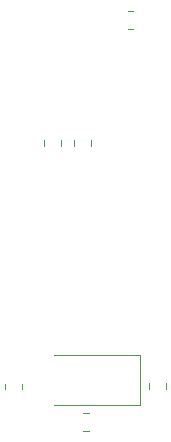
<source format=gbr>
%TF.GenerationSoftware,KiCad,Pcbnew,5.99.0-unknown-64d35ecebc~127~ubuntu20.04.1*%
%TF.CreationDate,2021-05-01T12:49:23+10:00*%
%TF.ProjectId,bm83-featherwing,626d3833-2d66-4656-9174-68657277696e,rev?*%
%TF.SameCoordinates,Original*%
%TF.FileFunction,Legend,Bot*%
%TF.FilePolarity,Positive*%
%FSLAX46Y46*%
G04 Gerber Fmt 4.6, Leading zero omitted, Abs format (unit mm)*
G04 Created by KiCad (PCBNEW 5.99.0-unknown-64d35ecebc~127~ubuntu20.04.1) date 2021-05-01 12:49:23*
%MOMM*%
%LPD*%
G01*
G04 APERTURE LIST*
%ADD10C,0.120000*%
G04 APERTURE END LIST*
D10*
%TO.C,C1*%
X146565252Y-122147000D02*
X146042748Y-122147000D01*
X146565252Y-120677000D02*
X146042748Y-120677000D01*
%TO.C,C4*%
X142775000Y-98051252D02*
X142775000Y-97528748D01*
X144245000Y-98051252D02*
X144245000Y-97528748D01*
%TO.C,R3*%
X149886936Y-88111000D02*
X150341064Y-88111000D01*
X149886936Y-86641000D02*
X150341064Y-86641000D01*
%TO.C,R1*%
X151665000Y-118136936D02*
X151665000Y-118591064D01*
X153135000Y-118136936D02*
X153135000Y-118591064D01*
%TO.C,C3*%
X145315000Y-98051252D02*
X145315000Y-97528748D01*
X146785000Y-98051252D02*
X146785000Y-97528748D01*
%TO.C,R2*%
X139457000Y-118607064D02*
X139457000Y-118152936D01*
X140927000Y-118607064D02*
X140927000Y-118152936D01*
%TO.C,D3*%
X150904000Y-115706000D02*
X150904000Y-120006000D01*
X150904000Y-115706000D02*
X143604000Y-115706000D01*
X150904000Y-120006000D02*
X143604000Y-120006000D01*
%TD*%
M02*

</source>
